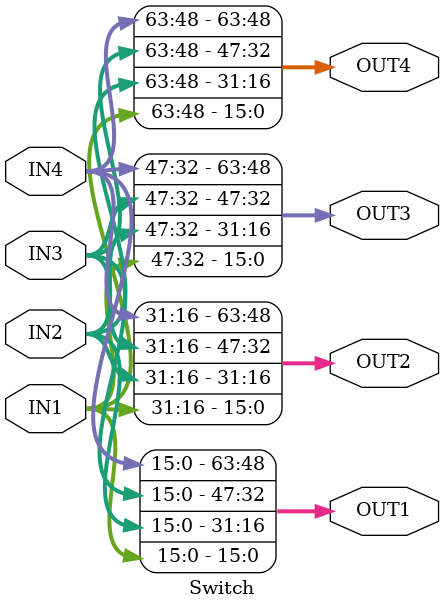
<source format=v>
module Switch #( parameter NUM = 4 , W = 16)(
		//INPUT
		input [NUM*W-1:0] IN1,
		input [NUM*W-1:0] IN2,
		input [NUM*W-1:0] IN3,
		input [NUM*W-1:0] IN4,
		
		//OUTPUT
		output [NUM*W-1:0] OUT1,
		output [NUM*W-1:0] OUT2,
		output [NUM*W-1:0] OUT3,
		output [NUM*W-1:0] OUT4
   );	
	assign OUT1 = {IN4[W-1:0]    , IN3[W-1:0]    , IN2[W-1:0]    , IN1[W-1:0]};
	assign OUT2 = {IN4[2*W-1:W]  , IN3[2*W-1:W]  , IN2[2*W-1:W]  , IN1[2*W-1:W]};
	assign OUT3 = {IN4[3*W-1:2*W], IN3[3*W-1:2*W], IN2[3*W-1:2*W], IN1[3*W-1:2*W]};
	assign OUT4 = {IN4[4*W-1:3*W], IN3[4*W-1:3*W], IN2[4*W-1:3*W], IN1[4*W-1:3*W]};
	
endmodule

</source>
